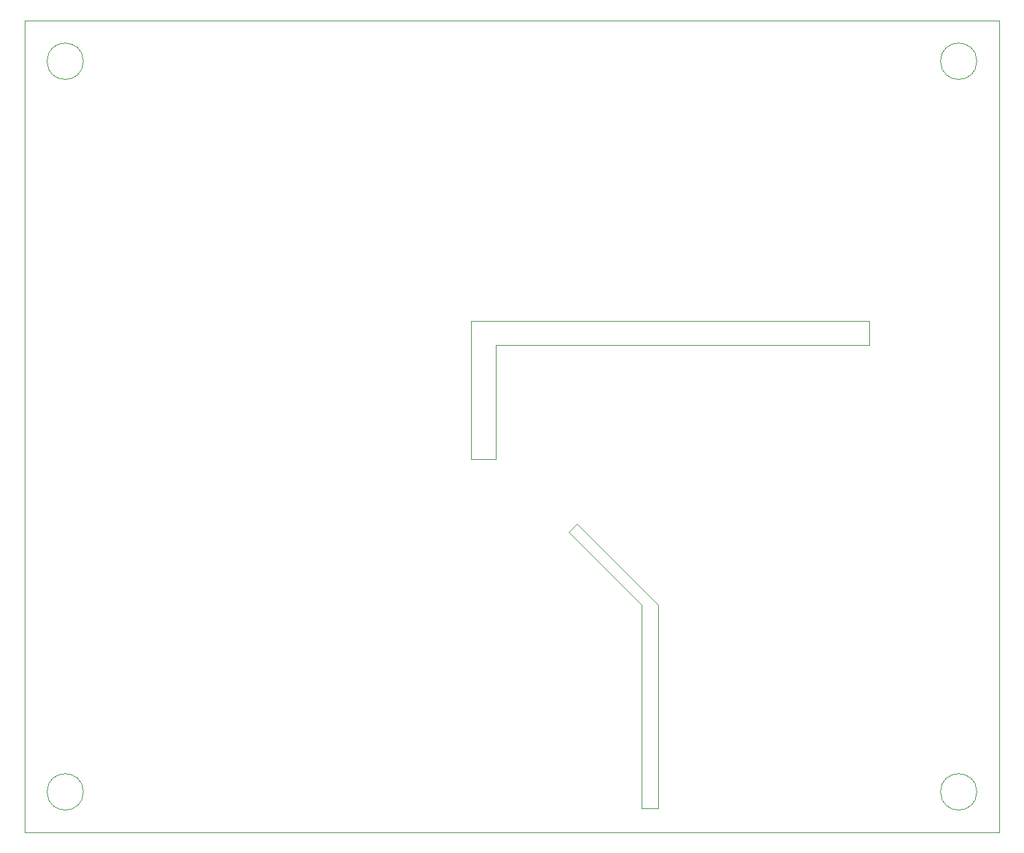
<source format=gbr>
G04 #@! TF.GenerationSoftware,KiCad,Pcbnew,(5.1.2)-2*
G04 #@! TF.CreationDate,2020-01-08T22:38:54+05:30*
G04 #@! TF.ProjectId,controller,636f6e74-726f-46c6-9c65-722e6b696361,rev?*
G04 #@! TF.SameCoordinates,Original*
G04 #@! TF.FileFunction,Profile,NP*
%FSLAX46Y46*%
G04 Gerber Fmt 4.6, Leading zero omitted, Abs format (unit mm)*
G04 Created by KiCad (PCBNEW (5.1.2)-2) date 2020-01-08 22:38:54*
%MOMM*%
%LPD*%
G04 APERTURE LIST*
%ADD10C,0.050000*%
%ADD11C,0.100000*%
G04 APERTURE END LIST*
D10*
X81000000Y-75000000D02*
X91000000Y-85000000D01*
X80000000Y-76000000D02*
X81000000Y-75000000D01*
X89000000Y-85000000D02*
X80000000Y-76000000D01*
D11*
X68000000Y-67000000D02*
X71000000Y-67000000D01*
X68000000Y-50000000D02*
X68000000Y-67000000D01*
X117000000Y-50000000D02*
X68000000Y-50000000D01*
X117000000Y-53000000D02*
X117000000Y-50000000D01*
X71000000Y-53000000D02*
X117000000Y-53000000D01*
X71000000Y-67000000D02*
X71000000Y-53000000D01*
X91000000Y-110000000D02*
X91000000Y-85000000D01*
X89000000Y-110000000D02*
X91000000Y-110000000D01*
X89000000Y-85000000D02*
X89000000Y-110000000D01*
D10*
X130236068Y-18000000D02*
G75*
G03X130236068Y-18000000I-2236068J0D01*
G01*
X130236068Y-108000000D02*
G75*
G03X130236068Y-108000000I-2236068J0D01*
G01*
X20236068Y-108000000D02*
G75*
G03X20236068Y-108000000I-2236068J0D01*
G01*
X20236068Y-18000000D02*
G75*
G03X20236068Y-18000000I-2236068J0D01*
G01*
X133000000Y-13000000D02*
X13000000Y-13000000D01*
X133000000Y-113000000D02*
X133000000Y-13000000D01*
X13000000Y-113000000D02*
X133000000Y-113000000D01*
X13000000Y-13000000D02*
X13000000Y-113000000D01*
M02*

</source>
